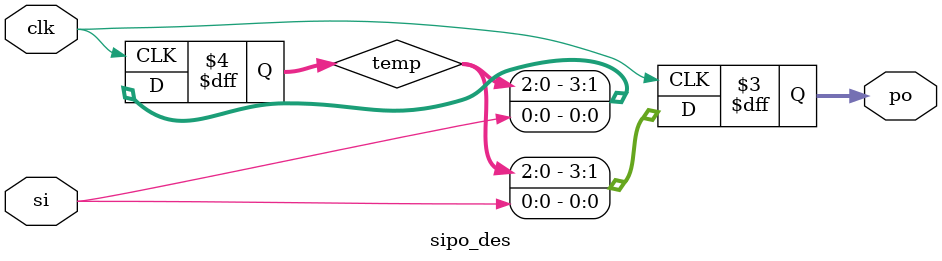
<source format=v>
module sipo_des(clk, si, po);

input clk;
input si;
output reg [3:0] po;

reg [3:0] temp;

always @(posedge clk)
begin
	temp = temp<<1;
	temp[0] = si;
	po = temp;
end

endmodule 


</source>
